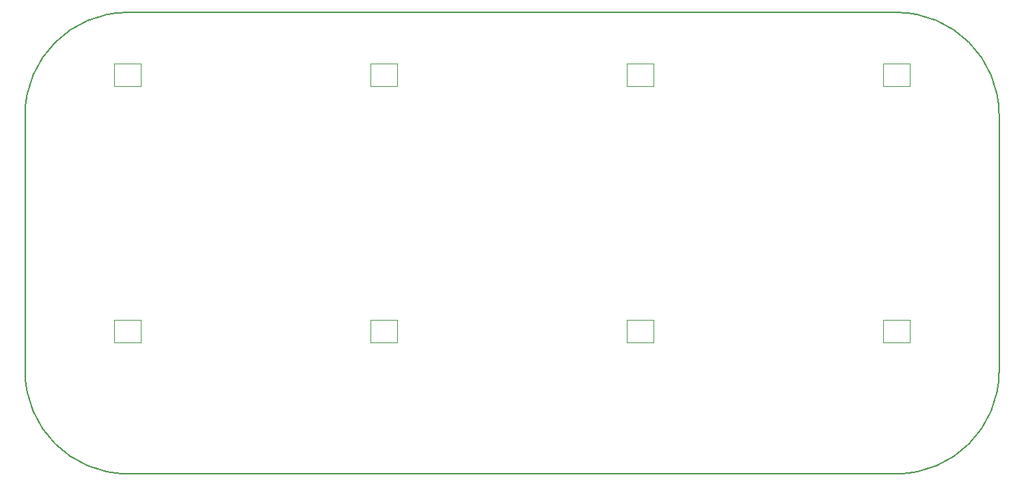
<source format=gm1>
G04 #@! TF.GenerationSoftware,KiCad,Pcbnew,(7.0.0)*
G04 #@! TF.CreationDate,2023-09-26T17:08:46-04:00*
G04 #@! TF.ProjectId,Switch Panel Rev 1,53776974-6368-4205-9061-6e656c205265,rev?*
G04 #@! TF.SameCoordinates,Original*
G04 #@! TF.FileFunction,Profile,NP*
%FSLAX46Y46*%
G04 Gerber Fmt 4.6, Leading zero omitted, Abs format (unit mm)*
G04 Created by KiCad (PCBNEW (7.0.0)) date 2023-09-26 17:08:46*
%MOMM*%
%LPD*%
G01*
G04 APERTURE LIST*
G04 #@! TA.AperFunction,Profile*
%ADD10C,0.160000*%
G04 #@! TD*
G04 #@! TA.AperFunction,Profile*
%ADD11C,0.050000*%
G04 #@! TD*
G04 APERTURE END LIST*
D10*
X50800000Y-38100000D02*
X146050000Y-38100000D01*
X158750000Y-50800000D02*
G75*
G03*
X146050000Y-38100000I-12700000J0D01*
G01*
X146050000Y-95250000D02*
G75*
G03*
X158750000Y-82550000I0J12700000D01*
G01*
X38100000Y-82550000D02*
X38100000Y-50800000D01*
X38100000Y-82550000D02*
G75*
G03*
X50800000Y-95250000I12700000J0D01*
G01*
X146050000Y-95250000D02*
X50800000Y-95250000D01*
X158750000Y-50800000D02*
X158750000Y-82550000D01*
X50800000Y-38100000D02*
G75*
G03*
X38100000Y-50800000I0J-12700000D01*
G01*
D11*
X84200000Y-44400000D02*
X80900000Y-44400000D01*
X80900000Y-44400000D02*
X80900000Y-47200000D01*
X80900000Y-47200000D02*
X84200000Y-47200000D01*
X84200000Y-47200000D02*
X84200000Y-44400000D01*
X115950000Y-76150000D02*
X112650000Y-76150000D01*
X112650000Y-76150000D02*
X112650000Y-78950000D01*
X112650000Y-78950000D02*
X115950000Y-78950000D01*
X115950000Y-78950000D02*
X115950000Y-76150000D01*
X147700000Y-44400000D02*
X144400000Y-44400000D01*
X144400000Y-44400000D02*
X144400000Y-47200000D01*
X144400000Y-47200000D02*
X147700000Y-47200000D01*
X147700000Y-47200000D02*
X147700000Y-44400000D01*
X147700000Y-76150000D02*
X144400000Y-76150000D01*
X144400000Y-76150000D02*
X144400000Y-78950000D01*
X144400000Y-78950000D02*
X147700000Y-78950000D01*
X147700000Y-78950000D02*
X147700000Y-76150000D01*
X115950000Y-44400000D02*
X112650000Y-44400000D01*
X112650000Y-44400000D02*
X112650000Y-47200000D01*
X112650000Y-47200000D02*
X115950000Y-47200000D01*
X115950000Y-47200000D02*
X115950000Y-44400000D01*
X52450000Y-44400000D02*
X49150000Y-44400000D01*
X49150000Y-44400000D02*
X49150000Y-47200000D01*
X49150000Y-47200000D02*
X52450000Y-47200000D01*
X52450000Y-47200000D02*
X52450000Y-44400000D01*
X52450000Y-76150000D02*
X49150000Y-76150000D01*
X49150000Y-76150000D02*
X49150000Y-78950000D01*
X49150000Y-78950000D02*
X52450000Y-78950000D01*
X52450000Y-78950000D02*
X52450000Y-76150000D01*
X84200000Y-76150000D02*
X80900000Y-76150000D01*
X80900000Y-76150000D02*
X80900000Y-78950000D01*
X80900000Y-78950000D02*
X84200000Y-78950000D01*
X84200000Y-78950000D02*
X84200000Y-76150000D01*
M02*

</source>
